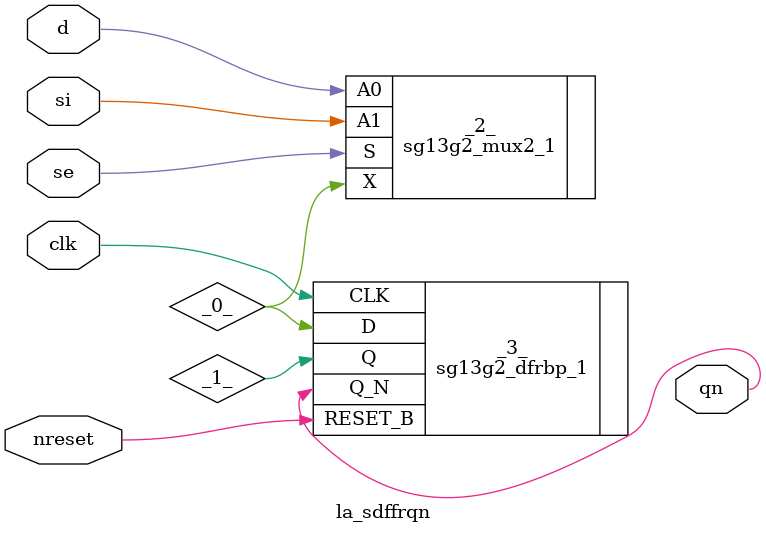
<source format=v>

/* Generated by Yosys 0.44 (git sha1 80ba43d26, g++ 11.4.0-1ubuntu1~22.04 -fPIC -O3) */

(* top =  1  *)
(* src = "generated" *)
module la_sdffrqn (
    d,
    si,
    se,
    clk,
    nreset,
    qn
);
  wire _0_;
  (* unused_bits = "0" *)
  wire _1_;
  (* src = "generated" *)
  input clk;
  wire clk;
  (* src = "generated" *)
  input d;
  wire d;
  (* src = "generated" *)
  input nreset;
  wire nreset;
  (* src = "generated" *)
  output qn;
  wire qn;
  (* src = "generated" *)
  input se;
  wire se;
  (* src = "generated" *)
  input si;
  wire si;
  sg13g2_mux2_1 _2_ (
      .A0(d),
      .A1(si),
      .S (se),
      .X (_0_)
  );
  (* src = "generated" *)
  sg13g2_dfrbp_1 _3_ (
      .CLK(clk),
      .D(_0_),
      .Q(_1_),
      .Q_N(qn),
      .RESET_B(nreset)
  );
endmodule

</source>
